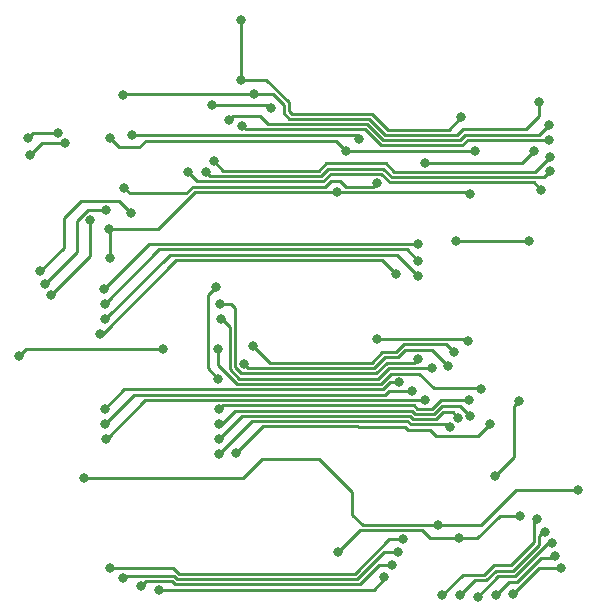
<source format=gbr>
%TF.GenerationSoftware,KiCad,Pcbnew,(6.0.2)*%
%TF.CreationDate,2022-03-20T11:28:52+00:00*%
%TF.ProjectId,Gameboy MBC5 Cart + FRAM,47616d65-626f-4792-904d-424335204361,rev?*%
%TF.SameCoordinates,Original*%
%TF.FileFunction,Copper,L2,Bot*%
%TF.FilePolarity,Positive*%
%FSLAX46Y46*%
G04 Gerber Fmt 4.6, Leading zero omitted, Abs format (unit mm)*
G04 Created by KiCad (PCBNEW (6.0.2)) date 2022-03-20 11:28:52*
%MOMM*%
%LPD*%
G01*
G04 APERTURE LIST*
%TA.AperFunction,ViaPad*%
%ADD10C,0.800000*%
%TD*%
%TA.AperFunction,Conductor*%
%ADD11C,0.250000*%
%TD*%
G04 APERTURE END LIST*
D10*
%TO.N,+5V*%
X148400000Y-118000000D03*
X163800000Y-114900000D03*
X140200000Y-72900000D03*
X140200000Y-78000000D03*
X158862500Y-81137500D03*
X158700000Y-116800000D03*
%TO.N,GND*%
X126900000Y-111700000D03*
X156900000Y-115700000D03*
X155800000Y-85000000D03*
X168700000Y-112700000D03*
X141300000Y-79200000D03*
X165000000Y-84000000D03*
X130250000Y-79250000D03*
X165400000Y-79900000D03*
%TO.N,RAM_CS*%
X137775000Y-80125000D03*
X138295000Y-103305000D03*
X142700000Y-80400000D03*
X138100000Y-95500000D03*
%TO.N,A12*%
X159600000Y-87700000D03*
X148300000Y-87500000D03*
X129000000Y-90600000D03*
X129100000Y-93100000D03*
%TO.N,A7*%
X155200000Y-91900000D03*
X128615000Y-95685000D03*
%TO.N,A6*%
X155200000Y-93300000D03*
X128645000Y-96955000D03*
%TO.N,A5*%
X128725000Y-98225000D03*
X155200000Y-94599040D03*
%TO.N,A4*%
X153300000Y-94400000D03*
X128295000Y-99495000D03*
%TO.N,A3*%
X152300000Y-120100000D03*
X133250000Y-121150000D03*
%TO.N,A2*%
X131750000Y-120850000D03*
X153000000Y-119100000D03*
%TO.N,A1*%
X153500000Y-118000000D03*
X130250000Y-120150000D03*
%TO.N,A0*%
X129100000Y-119300000D03*
X153900000Y-116900000D03*
%TO.N,D0*%
X124100000Y-96200000D03*
X128645000Y-105845000D03*
X153600000Y-103600000D03*
X127400000Y-89900000D03*
%TO.N,D1*%
X128800000Y-89000000D03*
X123600000Y-95300000D03*
X154700000Y-104300000D03*
X128685000Y-107115000D03*
%TO.N,D2*%
X128785000Y-108385000D03*
X123200000Y-94200000D03*
X130900000Y-89300000D03*
X155800000Y-105100000D03*
%TO.N,D3*%
X157250000Y-121650000D03*
X135700000Y-85800000D03*
X138300000Y-109700000D03*
X157900000Y-107400000D03*
X165600000Y-87300000D03*
X165300000Y-115200000D03*
%TO.N,D4*%
X158600000Y-106600000D03*
X158750000Y-121650000D03*
X165900000Y-116300000D03*
X138300000Y-108400000D03*
X166399040Y-85700960D03*
X137200000Y-85800000D03*
%TO.N,D5*%
X166400000Y-84500000D03*
X160250000Y-121750000D03*
X138300000Y-107100000D03*
X137900000Y-84900000D03*
X159600000Y-106500000D03*
X166500000Y-117200000D03*
%TO.N,D6*%
X138300000Y-105900000D03*
X166800000Y-118300000D03*
X166300000Y-83100000D03*
X140300000Y-81900000D03*
X161750000Y-121650000D03*
X159500000Y-105100000D03*
%TO.N,D7*%
X139800000Y-109600000D03*
X139200000Y-81400000D03*
X163200000Y-121500000D03*
X161300000Y-107100000D03*
X167300000Y-119300000D03*
X166300000Y-81800000D03*
%TO.N,A10*%
X140435000Y-102035000D03*
X157700000Y-102200000D03*
%TO.N,RD*%
X138265000Y-100765000D03*
X133600000Y-100800000D03*
X160500000Y-104200000D03*
X121400000Y-101400000D03*
%TO.N,A11*%
X158250000Y-101050000D03*
X141250000Y-100550000D03*
%TO.N,A9*%
X138475000Y-98225000D03*
X156374031Y-102425969D03*
%TO.N,A8*%
X138455000Y-96955000D03*
X155200000Y-101600000D03*
%TO.N,WR*%
X124675000Y-82525000D03*
X122200000Y-82900000D03*
%TO.N,CS*%
X122300000Y-84400000D03*
X125325000Y-83325000D03*
%TO.N,RST*%
X161700000Y-111500000D03*
X164600000Y-91600000D03*
X163700000Y-105200000D03*
X158400000Y-91600000D03*
%TO.N,A15*%
X130325000Y-87125000D03*
X151700000Y-86700000D03*
X159400000Y-100100000D03*
X151700000Y-99900000D03*
%TO.N,A14*%
X131000000Y-82700000D03*
X150200000Y-83000000D03*
%TO.N,A13*%
X149100000Y-84000000D03*
X129100000Y-82900000D03*
X160000000Y-84000000D03*
%TD*%
D11*
%TO.N,+5V*%
X140200000Y-72900000D02*
X140200000Y-78000000D01*
X162100000Y-114900000D02*
X163800000Y-114900000D01*
X144486198Y-80850480D02*
X144249520Y-80613802D01*
X158700000Y-116800000D02*
X160200000Y-116800000D01*
X157798080Y-82201920D02*
X152609074Y-82201920D01*
X156200000Y-116800000D02*
X158700000Y-116800000D01*
X155549520Y-116149520D02*
X156200000Y-116800000D01*
X160200000Y-116800000D02*
X162100000Y-114900000D01*
X152609074Y-82201920D02*
X151257634Y-80850480D01*
X158862500Y-81137500D02*
X157798080Y-82201920D01*
X151257634Y-80850480D02*
X144486198Y-80850480D01*
X148400000Y-118000000D02*
X150250480Y-116149520D01*
X144249520Y-80613802D02*
X144249520Y-79913803D01*
X158862500Y-81137500D02*
X158900000Y-81100000D01*
X142335718Y-78000000D02*
X140200000Y-78000000D01*
X144249520Y-79913803D02*
X142335718Y-78000000D01*
X150250480Y-116149520D02*
X155549520Y-116149520D01*
%TO.N,GND*%
X130250000Y-79250000D02*
X130300000Y-79200000D01*
X149600000Y-112900000D02*
X149600000Y-114800000D01*
X146800000Y-110100000D02*
X149600000Y-112900000D01*
X156900000Y-115700000D02*
X160500000Y-115700000D01*
X155800000Y-85000000D02*
X164000000Y-85000000D01*
X152422876Y-82651440D02*
X158527605Y-82651440D01*
X130300000Y-79200000D02*
X142900000Y-79200000D01*
X164000000Y-85000000D02*
X165000000Y-84000000D01*
X142000000Y-110100000D02*
X146800000Y-110100000D01*
X163500000Y-112700000D02*
X168700000Y-112700000D01*
X150500000Y-115700000D02*
X156900000Y-115700000D01*
X149600000Y-114800000D02*
X150500000Y-115700000D01*
X126900000Y-111700000D02*
X140400000Y-111700000D01*
X143800000Y-80800000D02*
X144300000Y-81300000D01*
X164299040Y-82200960D02*
X165400000Y-81100000D01*
X143800000Y-80100000D02*
X143800000Y-80800000D01*
X158978085Y-82200960D02*
X164299040Y-82200960D01*
X144300000Y-81300000D02*
X151071436Y-81300000D01*
X160500000Y-115700000D02*
X163500000Y-112700000D01*
X158527605Y-82651440D02*
X158978085Y-82200960D01*
X151071436Y-81300000D02*
X152422876Y-82651440D01*
X142900000Y-79200000D02*
X143800000Y-80100000D01*
X140400000Y-111700000D02*
X142000000Y-110100000D01*
X165400000Y-81100000D02*
X165400000Y-79900000D01*
%TO.N,RAM_CS*%
X137400000Y-96200000D02*
X138100000Y-95500000D01*
X137775000Y-80125000D02*
X137800000Y-80100000D01*
X138295000Y-103305000D02*
X138295000Y-103295000D01*
X137800000Y-80100000D02*
X142400000Y-80100000D01*
X138295000Y-103295000D02*
X137400000Y-102400000D01*
X137400000Y-102400000D02*
X137400000Y-96200000D01*
X142400000Y-80100000D02*
X142700000Y-80400000D01*
%TO.N,A12*%
X129000000Y-90600000D02*
X129100000Y-90700000D01*
X133200000Y-90600000D02*
X136300000Y-87500000D01*
X148300000Y-87500000D02*
X159400000Y-87500000D01*
X129000000Y-90600000D02*
X133200000Y-90600000D01*
X129100000Y-90700000D02*
X129100000Y-93100000D01*
X136300000Y-87500000D02*
X148300000Y-87500000D01*
X159400000Y-87500000D02*
X159600000Y-87700000D01*
%TO.N,A7*%
X132400000Y-91900000D02*
X155200000Y-91900000D01*
X128615000Y-95685000D02*
X132400000Y-91900000D01*
%TO.N,A6*%
X133250480Y-92349520D02*
X154249520Y-92349520D01*
X128645000Y-96955000D02*
X133250480Y-92349520D01*
X155200000Y-93300000D02*
X155300000Y-93400000D01*
X154249520Y-92349520D02*
X155200000Y-93300000D01*
%TO.N,A5*%
X153400000Y-92799040D02*
X155200000Y-94599040D01*
X134150960Y-92799040D02*
X153400000Y-92799040D01*
X128725000Y-98225000D02*
X134150960Y-92799040D01*
%TO.N,A4*%
X152148560Y-93248560D02*
X153300000Y-94400000D01*
X134726054Y-93248560D02*
X152148560Y-93248560D01*
X128479614Y-99495000D02*
X134726054Y-93248560D01*
X128295000Y-99495000D02*
X128479614Y-99495000D01*
%TO.N,A3*%
X133250000Y-121150000D02*
X151450000Y-121150000D01*
X151450000Y-121150000D02*
X152300000Y-120300000D01*
%TO.N,A2*%
X150299520Y-120700480D02*
X151900000Y-119100000D01*
X132174511Y-120425489D02*
X134325009Y-120425489D01*
X151900000Y-119100000D02*
X153000000Y-119100000D01*
X131750000Y-120850000D02*
X132174511Y-120425489D01*
X134600000Y-120700480D02*
X150299520Y-120700480D01*
X134325009Y-120425489D02*
X134600000Y-120700480D01*
%TO.N,A1*%
X152300000Y-118000000D02*
X153500000Y-118000000D01*
X130424031Y-119975969D02*
X134511207Y-119975969D01*
X150049040Y-120250960D02*
X152300000Y-118000000D01*
X130250000Y-120150000D02*
X130424031Y-119975969D01*
X134511207Y-119975969D02*
X134786198Y-120250960D01*
X134786198Y-120250960D02*
X150049040Y-120250960D01*
%TO.N,A0*%
X149862842Y-119801440D02*
X152764282Y-116900000D01*
X134972396Y-119801440D02*
X149862842Y-119801440D01*
X129100000Y-119300000D02*
X134470956Y-119300000D01*
X152764282Y-116900000D02*
X153900000Y-116900000D01*
X134470956Y-119300000D02*
X134972396Y-119801440D01*
%TO.N,D0*%
X128655000Y-105845000D02*
X130300000Y-104200000D01*
X152800000Y-103600000D02*
X153600000Y-103600000D01*
X124100000Y-96200000D02*
X127400000Y-92900000D01*
X127400000Y-92900000D02*
X127400000Y-89900000D01*
X130300000Y-104200000D02*
X152200000Y-104200000D01*
X152200000Y-104200000D02*
X152800000Y-103600000D01*
X128645000Y-105845000D02*
X128655000Y-105845000D01*
X153500000Y-103500000D02*
X153600000Y-103600000D01*
%TO.N,D1*%
X127275386Y-89000000D02*
X128800000Y-89000000D01*
X152724511Y-104324511D02*
X154475489Y-104324511D01*
X152399502Y-104649520D02*
X152724511Y-104324511D01*
X126300000Y-92600000D02*
X126300000Y-89975386D01*
X126300000Y-89975386D02*
X127275386Y-89000000D01*
X123600000Y-95300000D02*
X126300000Y-92600000D01*
X128685000Y-107115000D02*
X131150480Y-104649520D01*
X131150480Y-104649520D02*
X152399502Y-104649520D01*
%TO.N,D2*%
X132100960Y-105099040D02*
X152799040Y-105099040D01*
X152800000Y-105100000D02*
X155800000Y-105100000D01*
X129875489Y-88275489D02*
X130900000Y-89300000D01*
X125200000Y-92200000D02*
X125200000Y-89700000D01*
X123200000Y-94200000D02*
X125200000Y-92200000D01*
X128815000Y-108385000D02*
X132100960Y-105099040D01*
X125200000Y-89700000D02*
X126624511Y-88275489D01*
X152799040Y-105099040D02*
X152800000Y-105100000D01*
X128785000Y-108385000D02*
X128815000Y-108385000D01*
X128785000Y-108385000D02*
X129015000Y-108385000D01*
X126624511Y-88275489D02*
X129875489Y-88275489D01*
%TO.N,D3*%
X152197120Y-106897120D02*
X152198080Y-106898080D01*
X152075489Y-85975489D02*
X147788793Y-85975489D01*
X138300000Y-109700000D02*
X141102880Y-106897120D01*
X152775489Y-86675489D02*
X152075489Y-85975489D01*
X154290926Y-106898080D02*
X154565917Y-107173071D01*
X157673071Y-107173071D02*
X157900000Y-107400000D01*
X165000000Y-117157128D02*
X165000000Y-115500000D01*
X136500960Y-86600960D02*
X135700000Y-85800000D01*
X158967379Y-119932621D02*
X160795943Y-119932621D01*
X165600000Y-87300000D02*
X164975489Y-86675489D01*
X154565917Y-107173071D02*
X157673071Y-107173071D01*
X160795943Y-119932621D02*
X161628565Y-119100000D01*
X152054252Y-106897120D02*
X152055212Y-106898080D01*
X147163322Y-86600960D02*
X136500960Y-86600960D01*
X157250000Y-121650000D02*
X158967379Y-119932621D01*
X152055212Y-106898080D02*
X152198080Y-106898080D01*
X165000000Y-115500000D02*
X165300000Y-115200000D01*
X163057128Y-119100000D02*
X165000000Y-117157128D01*
X147788793Y-85975489D02*
X147163322Y-86600960D01*
X152198080Y-106898080D02*
X154290926Y-106898080D01*
X161628565Y-119100000D02*
X163057128Y-119100000D01*
X141102880Y-106897120D02*
X152197120Y-106897120D01*
X164975489Y-86675489D02*
X152775489Y-86675489D01*
%TO.N,D4*%
X152241409Y-106448560D02*
X152240449Y-106447600D01*
X158750000Y-121650000D02*
X160017859Y-120382141D01*
X160017859Y-120382141D02*
X160982141Y-120382141D01*
X147602595Y-85525969D02*
X146977124Y-86151440D01*
X137551440Y-86151440D02*
X137200000Y-85800000D01*
X163209745Y-119583101D02*
X165449520Y-117343325D01*
X146977124Y-86151440D02*
X137551440Y-86151440D01*
X152261686Y-85525969D02*
X147602595Y-85525969D01*
X165874031Y-86225969D02*
X152961687Y-86225969D01*
X158600000Y-106600000D02*
X158135718Y-106135718D01*
X140252400Y-106447600D02*
X152350480Y-106447600D01*
X165449520Y-117343325D02*
X165449520Y-116600000D01*
X152351440Y-106448560D02*
X152241409Y-106448560D01*
X165749520Y-116300000D02*
X165900000Y-116300000D01*
X152350480Y-106447600D02*
X152351440Y-106448560D01*
X160982141Y-120382141D02*
X161781181Y-119583101D01*
X152961687Y-86225969D02*
X152261686Y-85525969D01*
X154477124Y-106448560D02*
X152351440Y-106448560D01*
X166399040Y-85700960D02*
X165874031Y-86225969D01*
X161781181Y-119583101D02*
X163209745Y-119583101D01*
X165449520Y-116600000D02*
X165749520Y-116300000D01*
X138300000Y-108400000D02*
X140252400Y-106447600D01*
X156747885Y-106723551D02*
X154752115Y-106723551D01*
X154752115Y-106723551D02*
X154477124Y-106448560D01*
X158135718Y-106135718D02*
X157335718Y-106135718D01*
X157335718Y-106135718D02*
X156747885Y-106723551D01*
%TO.N,D5*%
X139701920Y-105998080D02*
X152426645Y-105998080D01*
X147416397Y-85076449D02*
X146796423Y-85696423D01*
X163395943Y-120032621D02*
X165428565Y-118000000D01*
X166230485Y-117200000D02*
X166500000Y-117200000D01*
X138696423Y-85696423D02*
X137900000Y-84900000D01*
X165123551Y-85776449D02*
X153147884Y-85776449D01*
X152427606Y-105999040D02*
X154663322Y-105999040D01*
X166400000Y-84500000D02*
X165123551Y-85776449D01*
X152427606Y-105999040D02*
X152600960Y-105999040D01*
X156561687Y-106274031D02*
X157217859Y-105617859D01*
X153147884Y-85776449D02*
X152447883Y-85076449D01*
X152447883Y-85076449D02*
X147416397Y-85076449D01*
X158717859Y-105617859D02*
X159600000Y-106500000D01*
X154663322Y-105999040D02*
X154938313Y-106274031D01*
X157217859Y-105617859D02*
X158717859Y-105617859D01*
X152426645Y-105998080D02*
X152427606Y-105999040D01*
X146796423Y-85696423D02*
X138696423Y-85696423D01*
X152426646Y-105998080D02*
X152427606Y-105999040D01*
X165429525Y-118000960D02*
X166230485Y-117200000D01*
X138600000Y-107100000D02*
X139701920Y-105998080D01*
X160250000Y-121750000D02*
X161967379Y-120032621D01*
X165428565Y-118000000D02*
X165429525Y-118000960D01*
X138300000Y-107100000D02*
X138600000Y-107100000D01*
X154938313Y-106274031D02*
X156561687Y-106274031D01*
X161967379Y-120032621D02*
X163395943Y-120032621D01*
%TO.N,D6*%
X165613802Y-118450480D02*
X166649520Y-118450480D01*
X152748560Y-105548560D02*
X152749520Y-105549520D01*
X166649520Y-118450480D02*
X166800000Y-118300000D01*
X152749520Y-105549520D02*
X152850480Y-105549520D01*
X166300000Y-83100000D02*
X159350480Y-83100000D01*
X138300000Y-105900000D02*
X138651440Y-105548560D01*
X140600000Y-82200000D02*
X140300000Y-81900000D01*
X152613803Y-105549520D02*
X152612843Y-105548560D01*
X162917859Y-120482141D02*
X163582141Y-120482141D01*
X155124511Y-105824511D02*
X154849520Y-105549520D01*
X159500000Y-105100000D02*
X157100000Y-105100000D01*
X138651440Y-105548560D02*
X152748560Y-105548560D01*
X154849520Y-105549520D02*
X152850480Y-105549520D01*
X152050480Y-83550480D02*
X150700000Y-82200000D01*
X159350480Y-83149520D02*
X158949520Y-83550480D01*
X156375489Y-105824511D02*
X155124511Y-105824511D01*
X158949520Y-83550480D02*
X152050480Y-83550480D01*
X161750000Y-121650000D02*
X162917859Y-120482141D01*
X152850480Y-105549520D02*
X152613803Y-105549520D01*
X150700000Y-82200000D02*
X140600000Y-82200000D01*
X163582141Y-120482141D02*
X165613802Y-118450480D01*
X159350480Y-83100000D02*
X159350480Y-83149520D01*
X157100000Y-105100000D02*
X156375489Y-105824511D01*
%TO.N,D7*%
X160275489Y-108124511D02*
X161300000Y-107100000D01*
X156724511Y-108124511D02*
X160275489Y-108124511D01*
X163200000Y-121500000D02*
X165400000Y-119300000D01*
X142500000Y-81750480D02*
X141849520Y-81100000D01*
X150100000Y-107346640D02*
X150100960Y-107347600D01*
X154379720Y-107622591D02*
X156222591Y-107622591D01*
X154104728Y-107347600D02*
X154379720Y-107622591D01*
X158713803Y-83100960D02*
X152236678Y-83100960D01*
X165400000Y-119300000D02*
X167300000Y-119300000D01*
X150886198Y-81750480D02*
X142500000Y-81750480D01*
X166300000Y-81800000D02*
X165449520Y-82650480D01*
X159164283Y-82650480D02*
X158713803Y-83100960D01*
X165449520Y-82650480D02*
X159164283Y-82650480D01*
X150100960Y-107347600D02*
X154104728Y-107347600D01*
X152236678Y-83100960D02*
X150886198Y-81750480D01*
X142053360Y-107346640D02*
X150100000Y-107346640D01*
X156222591Y-107622591D02*
X156724511Y-108124511D01*
X139800000Y-109600000D02*
X142053360Y-107346640D01*
X141849520Y-81100000D02*
X139500000Y-81100000D01*
X139500000Y-81100000D02*
X139200000Y-81400000D01*
%TO.N,A10*%
X157700000Y-102200000D02*
X156375489Y-100875489D01*
X153499040Y-101500960D02*
X152356172Y-101500960D01*
X140801920Y-102401920D02*
X140435000Y-102035000D01*
X152356172Y-101500960D02*
X151455212Y-102401920D01*
X151455212Y-102401920D02*
X140801920Y-102401920D01*
X154124511Y-100875489D02*
X153499040Y-101500960D01*
X156375489Y-100875489D02*
X154124511Y-100875489D01*
%TO.N,RD*%
X138265000Y-102161048D02*
X138265000Y-100765000D01*
X160500000Y-104200000D02*
X160400000Y-104100000D01*
X155275489Y-102875489D02*
X152888794Y-102875489D01*
X152013802Y-103750480D02*
X139854431Y-103750480D01*
X152888794Y-102875489D02*
X152013802Y-103750480D01*
X122000000Y-100800000D02*
X133600000Y-100800000D01*
X139854431Y-103750480D02*
X138265000Y-102161048D01*
X156500000Y-104100000D02*
X155275489Y-102875489D01*
X121400000Y-101400000D02*
X122000000Y-100800000D01*
X160400000Y-104100000D02*
X156500000Y-104100000D01*
%TO.N,A11*%
X141250000Y-100550000D02*
X142652400Y-101952400D01*
X153312842Y-101051440D02*
X153964283Y-100400000D01*
X152169975Y-101051440D02*
X153312842Y-101051440D01*
X157600000Y-100400000D02*
X158250000Y-101050000D01*
X153964283Y-100400000D02*
X157600000Y-100400000D01*
X142652400Y-101952400D02*
X151269014Y-101952400D01*
X151269014Y-101952400D02*
X152169975Y-101051440D01*
%TO.N,A9*%
X151827605Y-103300960D02*
X140040628Y-103300960D01*
X140040628Y-103300960D02*
X139260969Y-102521300D01*
X138585969Y-98225000D02*
X138475000Y-98225000D01*
X156374031Y-102425969D02*
X152702597Y-102425969D01*
X152702597Y-102425969D02*
X151827605Y-103300960D01*
X139260969Y-98900000D02*
X138585969Y-98225000D01*
X139260969Y-102521300D02*
X139260969Y-98900000D01*
%TO.N,A8*%
X139710489Y-97310489D02*
X139710489Y-102335103D01*
X154849520Y-101950480D02*
X155200000Y-101600000D01*
X139710489Y-102335103D02*
X140226826Y-102851440D01*
X152542369Y-101950480D02*
X154849520Y-101950480D01*
X151641408Y-102851440D02*
X152542369Y-101950480D01*
X140226826Y-102851440D02*
X151641408Y-102851440D01*
X139355000Y-96955000D02*
X139710489Y-97310489D01*
X138455000Y-96955000D02*
X139355000Y-96955000D01*
%TO.N,WR*%
X122575000Y-82525000D02*
X124675000Y-82525000D01*
X122200000Y-82900000D02*
X122575000Y-82525000D01*
%TO.N,CS*%
X125325000Y-83325000D02*
X123375000Y-83325000D01*
X123375000Y-83325000D02*
X122300000Y-84400000D01*
%TO.N,RST*%
X163300000Y-109900000D02*
X163300000Y-105600000D01*
X161700000Y-111500000D02*
X163300000Y-109900000D01*
X163300000Y-105600000D02*
X163700000Y-105200000D01*
X158400000Y-91600000D02*
X164600000Y-91600000D01*
%TO.N,A15*%
X147349520Y-87050480D02*
X147800000Y-86600000D01*
X135564282Y-87600000D02*
X136113803Y-87050480D01*
X136113803Y-87050480D02*
X147349520Y-87050480D01*
X130800000Y-87600000D02*
X135564282Y-87600000D01*
X159200000Y-99900000D02*
X159400000Y-100100000D01*
X147800000Y-86600000D02*
X148600000Y-86600000D01*
X130325000Y-87125000D02*
X130800000Y-87600000D01*
X151349520Y-87050480D02*
X151700000Y-86700000D01*
X149050480Y-87050480D02*
X151349520Y-87050480D01*
X151700000Y-99900000D02*
X159200000Y-99900000D01*
X148600000Y-86600000D02*
X149050480Y-87050480D01*
%TO.N,A14*%
X149900000Y-82700000D02*
X150200000Y-83000000D01*
X131000000Y-82700000D02*
X149900000Y-82700000D01*
%TO.N,A13*%
X132150480Y-83149520D02*
X148249520Y-83149520D01*
X148249520Y-83149520D02*
X149100000Y-84000000D01*
X149100000Y-84000000D02*
X160000000Y-84000000D01*
X131600000Y-83700000D02*
X132150480Y-83149520D01*
X129100000Y-82900000D02*
X129900000Y-83700000D01*
X129900000Y-83700000D02*
X131600000Y-83700000D01*
%TD*%
M02*

</source>
